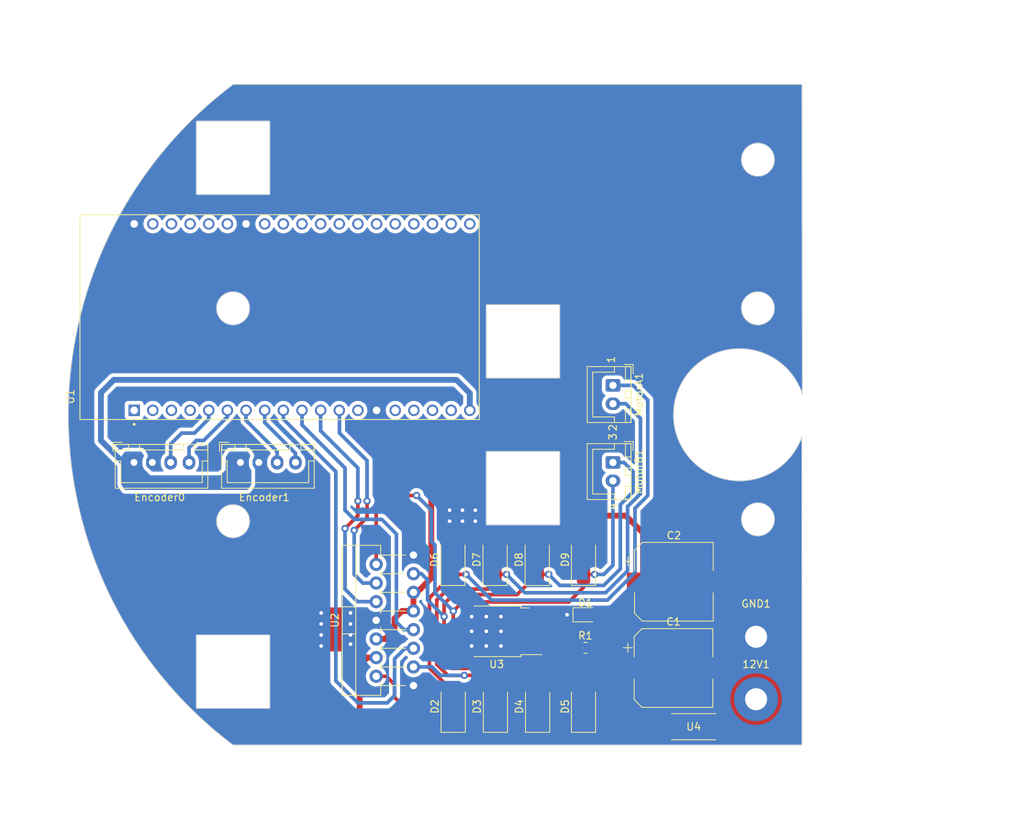
<source format=kicad_pcb>
(kicad_pcb (version 20221018) (generator pcbnew)
  (layers (0 "F.Cu" signal) (31 "B.Cu" signal) (34 "B.Paste" user) (35 "F.Paste" user) (36 "B.SilkS" user "B.Silkscreen") (37 "F.SilkS" user "F.Silkscreen") (38 "B.Mask" user) (39 "F.Mask" user) (44 "Edge.Cuts" user))
  (net 0 "")
  (net 3 "+12V")
  (net 6 "GND")
  (net 7 "EN")
  (net 8 "Net-(D1-A)")
  (net 9 "Net-(D2-A)")
  (net 10 "Net-(D3-A)")
  (net 11 "Net-(D4-A)")
  (net 12 "Net-(D5-A)")
  (net 13 "ENCOD_0_A")
  (net 15 "ENCOD_0_B")
  (net 37 "ENCOD_1_A")
  (net 38 "ENCOD_1_B")
  (net 39 "IN 1")
  (net 40 "IN 2")
  (net 41 "IN 3")
  (net 42 "IN 4")
  (net 43 "Net-(12V1-Pin_1)")
  (footprint "Connector:Banana_Jack_1Pin" (layer "F.Cu") (at 208 114.25)
    (fp_text reference "12V1" (at 0 -4.75) (layer "F.SilkS"))
    (fp_text value "12V")
    (pad "1" thru_hole circle (at 0 0) (size 6 6) (drill 3) (layers "*.Cu" "*.Mask") (net 43 "Net-(12V1-Pin_1)"))
  )
  (footprint "Diode_SMD:D_SMA" (layer "F.Cu") (at 184.49 115.25 90)
    (fp_text reference "D5" (at 0 -2.5 90) (layer "F.SilkS"))
    (fp_text value "1N4007")
    (pad "1" smd roundrect (at -2 0 90) (size 2.5 1.8) (layers "F.Cu" "F.Paste" "F.Mask") (roundrect_rratio 0.1388888889) (net 3 "+12V"))
    (pad "2" smd roundrect (at 2 0 90) (size 2.5 1.8) (layers "F.Cu" "F.Paste" "F.Mask") (roundrect_rratio 0.1388888889) (net 12 "Net-(D5-A)"))
  )
  (footprint "Diode_SMD:D_SMA" (layer "F.Cu") (at 172.44 95.25 90)
    (fp_text reference "D7" (at 0 -2.5 90) (layer "F.SilkS"))
    (fp_text value "1N4007")
    (pad "1" smd roundrect (at -2 0 90) (size 2.5 1.8) (layers "F.Cu" "F.Paste" "F.Mask") (roundrect_rratio 0.1388888889) (net 10 "Net-(D3-A)"))
    (pad "2" smd roundrect (at 2 0 90) (size 2.5 1.8) (layers "F.Cu" "F.Paste" "F.Mask") (roundrect_rratio 0.1388888889) (net 6 "GND"))
  )
  (footprint "Diode_SMD:D_SMA" (layer "F.Cu") (at 178.24 115.25 90)
    (fp_text reference "D4" (at 0 -2.5 90) (layer "F.SilkS"))
    (fp_text value "1N4007")
    (pad "1" smd roundrect (at -2 0 90) (size 2.5 1.8) (layers "F.Cu" "F.Paste" "F.Mask") (roundrect_rratio 0.1388888889) (net 3 "+12V"))
    (pad "2" smd roundrect (at 2 0 90) (size 2.5 1.8) (layers "F.Cu" "F.Paste" "F.Mask") (roundrect_rratio 0.1388888889) (net 11 "Net-(D4-A)"))
  )
  (footprint "Package_TO_SOT_SMD:TO-252-2" (layer "F.Cu") (at 172.66 105 180)
    (fp_text reference "U3" (at 0 -4.5) (layer "F.SilkS"))
    (fp_text value "MC78M05_TO252")
    (pad "1" smd roundrect (at -5.04 -2.28 180) (size 2.2 1.2) (layers "F.Cu" "F.Paste" "F.Mask") (roundrect_rratio 0.2083333333) (net 3 "+12V"))
    (pad "2" smd roundrect (at -0.415 -1.525 180) (size 3.05 2.75) (layers "F.Cu" "F.Paste") (roundrect_rratio 0.09090909091) (net 6 "GND"))
    (pad "2" smd roundrect (at -0.415 1.525 180) (size 3.05 2.75) (layers "F.Cu" "F.Paste") (roundrect_rratio 0.09090909091) (net 6 "GND"))
    (pad "2" smd roundrect (at 1.26 0 180) (size 6.4 5.8) (layers "F.Cu" "F.Mask") (roundrect_rratio 0.04310293103) (net 6 "GND"))
    (pad "2" smd roundrect (at 2.935 -1.525 180) (size 3.05 2.75) (layers "F.Cu" "F.Paste") (roundrect_rratio 0.09090909091) (net 6 "GND"))
    (pad "2" smd roundrect (at 2.935 1.525 180) (size 3.05 2.75) (layers "F.Cu" "F.Paste") (roundrect_rratio 0.09090909091) (net 6 "GND"))
    (pad "3" smd roundrect (at -5.04 2.28 180) (size 2.2 1.2) (layers "F.Cu" "F.Paste" "F.Mask") (roundrect_rratio 0.2083333333) (net 7 "EN"))
  )
  (footprint "Diode_SMD:D_SMA" (layer "F.Cu") (at 166.74 115.25 90)
    (fp_text reference "D2" (at 0 -2.5 90) (layer "F.SilkS"))
    (fp_text value "1N4007")
    (pad "1" smd roundrect (at -2 0 90) (size 2.5 1.8) (layers "F.Cu" "F.Paste" "F.Mask") (roundrect_rratio 0.1388888889) (net 3 "+12V"))
    (pad "2" smd roundrect (at 2 0 90) (size 2.5 1.8) (layers "F.Cu" "F.Paste" "F.Mask") (roundrect_rratio 0.1388888889) (net 9 "Net-(D2-A)"))
  )
  (footprint "ESP32-DEVKITC-32D:MODULE_ESP32-DEVKITC-32D" (layer "F.Cu") (at 143.04 62.2 90)
    (fp_text reference "U1" (at -10.829175 -28.446045 90) (layer "F.SilkS") (effects (font (size 1.000386 1.000386))))
    (fp_text value "ESP32-DEVKITC-32D")
    (pad "J2-1" thru_hole rect (at -12.7 -19.76 90) (size 1.56 1.56) (drill 1.04) (layers "*.Cu" "*.Mask"))
    (pad "J2-2" thru_hole circle (at -12.7 -17.22 90) (size 1.56 1.56) (drill 1.04) (layers "*.Cu" "*.Mask"))
    (pad "J2-3" thru_hole circle (at -12.7 -14.68 90) (size 1.56 1.56) (drill 1.04) (layers "*.Cu" "*.Mask"))
    (pad "J2-4" thru_hole circle (at -12.7 -12.14 90) (size 1.56 1.56) (drill 1.04) (layers "*.Cu" "*.Mask"))
    (pad "J2-5" thru_hole circle (at -12.7 -9.6 90) (size 1.56 1.56) (drill 1.04) (layers "*.Cu" "*.Mask") (net 13 "ENCOD_0_A"))
    (pad "J2-6" thru_hole circle (at -12.7 -7.06 90) (size 1.56 1.56) (drill 1.04) (layers "*.Cu" "*.Mask") (net 15 "ENCOD_0_B"))
    (pad "J2-7" thru_hole circle (at -12.7 -4.52 90) (size 1.56 1.56) (drill 1.04) (layers "*.Cu" "*.Mask") (net 37 "ENCOD_1_A"))
    (pad "J2-8" thru_hole circle (at -12.7 -1.98 90) (size 1.56 1.56) (drill 1.04) (layers "*.Cu" "*.Mask") (net 38 "ENCOD_1_B"))
    (pad "J2-9" thru_hole circle (at -12.7 0.56 90) (size 1.56 1.56) (drill 1.04) (layers "*.Cu" "*.Mask") (net 39 "IN 1"))
    (pad "J2-10" thru_hole circle (at -12.7 3.1 90) (size 1.56 1.56) (drill 1.04) (layers "*.Cu" "*.Mask") (net 40 "IN 2"))
    (pad "J2-11" thru_hole circle (at -12.7 5.64 90) (size 1.56 1.56) (drill 1.04) (layers "*.Cu" "*.Mask") (net 41 "IN 3"))
    (pad "J2-12" thru_hole circle (at -12.7 8.18 90) (size 1.56 1.56) (drill 1.04) (layers "*.Cu" "*.Mask") (net 42 "IN 4"))
    (pad "J2-13" thru_hole circle (at -12.7 10.72 90) (size 1.56 1.56) (drill 1.04) (layers "*.Cu" "*.Mask"))
    (pad "J2-14" thru_hole circle (at -12.7 13.26 90) (size 1.56 1.56) (drill 1.04) (layers "*.Cu" "*.Mask") (net 6 "GND"))
    (pad "J2-15" thru_hole circle (at -12.7 15.8 90) (size 1.56 1.56) (drill 1.04) (layers "*.Cu" "*.Mask"))
    (pad "J2-16" thru_hole circle (at -12.7 18.34 90) (size 1.56 1.56) (drill 1.04) (layers "*.Cu" "*.Mask"))
    (pad "J2-17" thru_hole circle (at -12.7 20.88 90) (size 1.56 1.56) (drill 1.04) (layers "*.Cu" "*.Mask"))
    (pad "J2-18" thru_hole circle (at -12.7 23.42 90) (size 1.56 1.56) (drill 1.04) (layers "*.Cu" "*.Mask"))
    (pad "J2-19" thru_hole circle (at -12.7 25.96 90) (size 1.56 1.56) (drill 1.04) (layers "*.Cu" "*.Mask") (net 7 "EN"))
    (pad "J3-1" thru_hole circle (at 12.7 -19.76 90) (size 1.56 1.56) (drill 1.04) (layers "*.Cu" "*.Mask") (net 6 "GND"))
    (pad "J3-2" thru_hole circle (at 12.7 -17.22 90) (size 1.56 1.56) (drill 1.04) (layers "*.Cu" "*.Mask"))
    (pad "J3-3" thru_hole circle (at 12.7 -14.68 90) (size 1.56 1.56) (drill 1.04) (layers "*.Cu" "*.Mask"))
    (pad "J3-4" thru_hole circle (at 12.7 -12.14 90) (size 1.56 1.56) (drill 1.04) (layers "*.Cu" "*.Mask"))
    (pad "J3-5" thru_hole circle (at 12.7 -9.6 90) (size 1.56 1.56) (drill 1.04) (layers "*.Cu" "*.Mask"))
    (pad "J3-6" thru_hole circle (at 12.7 -7.06 90) (size 1.56 1.56) (drill 1.04) (layers "*.Cu" "*.Mask"))
    (pad "J3-7" thru_hole circle (at 12.7 -4.52 90) (size 1.56 1.56) (drill 1.04) (layers "*.Cu" "*.Mask") (net 6 "GND"))
    (pad "J3-8" thru_hole circle (at 12.7 -1.98 90) (size 1.56 1.56) (drill 1.04) (layers "*.Cu" "*.Mask"))
    (pad "J3-9" thru_hole circle (at 12.7 0.56 90) (size 1.56 1.56) (drill 1.04) (layers "*.Cu" "*.Mask"))
    (pad "J3-10" thru_hole circle (at 12.7 3.1 90) (size 1.56 1.56) (drill 1.04) (layers "*.Cu" "*.Mask"))
    (pad "J3-11" thru_hole circle (at 12.7 5.64 90) (size 1.56 1.56) (drill 1.04) (layers "*.Cu" "*.Mask"))
    (pad "J3-12" thru_hole circle (at 12.7 8.18 90) (size 1.56 1.56) (drill 1.04) (layers "*.Cu" "*.Mask"))
    (pad "J3-13" thru_hole circle (at 12.7 10.72 90) (size 1.56 1.56) (drill 1.04) (layers "*.Cu" "*.Mask"))
    (pad "J3-14" thru_hole circle (at 12.7 13.26 90) (size 1.56 1.56) (drill 1.04) (layers "*.Cu" "*.Mask"))
    (pad "J3-15" thru_hole circle (at 12.7 15.8 90) (size 1.56 1.56) (drill 1.04) (layers "*.Cu" "*.Mask"))
    (pad "J3-16" thru_hole circle (at 12.7 18.34 90) (size 1.56 1.56) (drill 1.04) (layers "*.Cu" "*.Mask"))
    (pad "J3-17" thru_hole circle (at 12.7 20.88 90) (size 1.56 1.56) (drill 1.04) (layers "*.Cu" "*.Mask"))
    (pad "J3-18" thru_hole circle (at 12.7 23.42 90) (size 1.56 1.56) (drill 1.04) (layers "*.Cu" "*.Mask"))
    (pad "J3-19" thru_hole circle (at 12.7 25.96 90) (size 1.56 1.56) (drill 1.04) (layers "*.Cu" "*.Mask"))
  )
  (footprint "Package_SO:SOIC-16_3.9x9.9mm_P1.27mm" (layer "F.Cu") (at 199.5 118 180)
    (fp_text reference "U4" (at 0 0) (layer "F.SilkS"))
    (fp_text value "DG412xY")
    (pad "2" smd roundrect (at -2.286 0 180) (size 2.625998 1.204874) (layers "F.Cu" "F.Paste" "F.Mask") (roundrect_rratio 0.250000415) (net 43 "Net-(12V1-Pin_1)"))
    (pad "3" smd roundrect (at 2.286 0 180) (size 2.626 1.189) (layers "F.Cu" "F.Paste" "F.Mask") (net 3 "+12V"))
  )
  (footprint "Capacitor_SMD:CP_Elec_10x10.5" (layer "F.Cu") (at 196.75 110)
    (fp_text reference "C1" (at 0 -6.3) (layer "F.SilkS"))
    (fp_text value "220 uF")
    (pad "1" smd roundrect (at -4.2 0) (size 4.4 2.5) (layers "F.Cu" "F.Paste" "F.Mask") (roundrect_rratio 0.1) (net 3 "+12V"))
    (pad "2" smd roundrect (at 4.2 0) (size 4.4 2.5) (layers "F.Cu" "F.Paste" "F.Mask") (roundrect_rratio 0.1) (net 6 "GND"))
  )
  (footprint "Package_TO_SOT_THT:TO-220-15_P2.54x2.54mm_StaggerOdd_Lead4.58mm_Vertical" (layer "F.Cu") (at 161.325 112.395 90)
    (fp_text reference "U2" (at 8.89 -10.7 90) (layer "F.SilkS"))
    (fp_text value "L298N")
    (pad "1" thru_hole rect (at 0 0 90) (size 1.8 1.8) (drill 1) (layers "*.Cu" "*.Mask") (net 6 "GND"))
    (pad "2" thru_hole oval (at 1.27 -5.08 90) (size 1.8 1.8) (drill 1) (layers "*.Cu" "*.Mask") (net 9 "Net-(D2-A)"))
    (pad "3" thru_hole oval (at 2.54 0 90) (size 1.8 1.8) (drill 1) (layers "*.Cu" "*.Mask") (net 10 "Net-(D3-A)"))
    (pad "4" thru_hole oval (at 3.81 -5.08 90) (size 1.8 1.8) (drill 1) (layers "*.Cu" "*.Mask") (net 3 "+12V"))
    (pad "5" thru_hole oval (at 5.08 0 90) (size 1.8 1.8) (drill 1) (layers "*.Cu" "*.Mask") (net 39 "IN 1"))
    (pad "6" thru_hole oval (at 6.35 -5.08 90) (size 1.8 1.8) (drill 1) (layers "*.Cu" "*.Mask") (net 7 "EN"))
    (pad "7" thru_hole oval (at 7.62 0 90) (size 1.8 1.8) (drill 1) (layers "*.Cu" "*.Mask") (net 40 "IN 2"))
    (pad "8" thru_hole oval (at 8.89 -5.08 90) (size 1.8 1.8) (drill 1) (layers "*.Cu" "*.Mask") (net 6 "GND"))
    (pad "9" thru_hole oval (at 10.16 0 90) (size 1.8 1.8) (drill 1) (layers "*.Cu" "*.Mask") (net 7 "EN"))
    (pad "10" thru_hole oval (at 11.43 -5.08 90) (size 1.8 1.8) (drill 1) (layers "*.Cu" "*.Mask") (net 41 "IN 3"))
    (pad "11" thru_hole oval (at 12.7 0 90) (size 1.8 1.8) (drill 1) (layers "*.Cu" "*.Mask") (net 7 "EN"))
    (pad "12" thru_hole oval (at 13.97 -5.08 90) (size 1.8 1.8) (drill 1) (layers "*.Cu" "*.Mask") (net 42 "IN 4"))
    (pad "13" thru_hole oval (at 15.24 0 90) (size 1.8 1.8) (drill 1) (layers "*.Cu" "*.Mask") (net 11 "Net-(D4-A)"))
    (pad "14" thru_hole oval (at 16.51 -5.08 90) (size 1.8 1.8) (drill 1) (layers "*.Cu" "*.Mask") (net 12 "Net-(D5-A)"))
    (pad "15" thru_hole oval (at 17.78 0 90) (size 1.8 1.8) (drill 1) (layers "*.Cu" "*.Mask") (net 6 "GND"))
  )
  (footprint "Diode_SMD:D_SMA" (layer "F.Cu") (at 172.49 115.25 90)
    (fp_text reference "D3" (at 0 -2.5 90) (layer "F.SilkS"))
    (fp_text value "1N4007")
    (pad "1" smd roundrect (at -2 0 90) (size 2.5 1.8) (layers "F.Cu" "F.Paste" "F.Mask") (roundrect_rratio 0.1388888889) (net 3 "+12V"))
    (pad "2" smd roundrect (at 2 0 90) (size 2.5 1.8) (layers "F.Cu" "F.Paste" "F.Mask") (roundrect_rratio 0.1388888889) (net 10 "Net-(D3-A)"))
  )
  (footprint "Connector_JST:JST_XH_B4B-XH-A_1x04_P2.50mm_Vertical" (layer "F.Cu") (at 123.25 82)
    (fp_text reference "Encoder0" (at 3.5 4.75) (layer "F.SilkS"))
    (fp_text value "Encoder 0")
    (pad "1" thru_hole roundrect (at 0 0) (size 1.7 1.95) (drill 0.95) (layers "*.Cu" "*.Mask") (roundrect_rratio 0.1470588235) (net 7 "EN"))
    (pad "2" thru_hole oval (at 2.5 0) (size 1.7 1.95) (drill 0.95) (layers "*.Cu" "*.Mask") (net 6 "GND"))
    (pad "3" thru_hole oval (at 5 0) (size 1.7 1.95) (drill 0.95) (layers "*.Cu" "*.Mask") (net 13 "ENCOD_0_A"))
    (pad "4" thru_hole oval (at 7.5 0) (size 1.7 1.95) (drill 0.95) (layers "*.Cu" "*.Mask") (net 15 "ENCOD_0_B"))
  )
  (footprint "Diode_SMD:D_SMA" (layer "F.Cu") (at 184.49 95.25 90)
    (fp_text reference "D9" (at 0 -2.5 90) (layer "F.SilkS"))
    (fp_text value "1N4007")
    (pad "1" smd roundrect (at -2 0 90) (size 2.5 1.8) (layers "F.Cu" "F.Paste" "F.Mask") (roundrect_rratio 0.1388888889) (net 12 "Net-(D5-A)"))
    (pad "2" smd roundrect (at 2 0 90) (size 2.5 1.8) (layers "F.Cu" "F.Paste" "F.Mask") (roundrect_rratio 0.1388888889) (net 6 "GND"))
  )
  (footprint "Connector:Banana_Jack_1Pin" (layer "F.Cu") (at 208 105.75)
    (fp_text reference "GND1" (at 0 -4.5) (layer "F.SilkS"))
    (fp_text value "GND")
    (pad "1" thru_hole circle (at 0 0) (size 6 6) (drill 3) (layers "*.Cu" "*.Mask") (net 6 "GND"))
  )
  (footprint "Resistor_SMD:R_0805_2012Metric" (layer "F.Cu") (at 184.75 107.25)
    (fp_text reference "R1" (at 0 -1.65) (layer "F.SilkS"))
    (fp_text value "1k")
    (pad "1" smd roundrect (at -0.9125 0) (size 1.025 1.4) (layers "F.Cu" "F.Paste" "F.Mask") (roundrect_rratio 0.243902439) (net 7 "EN"))
    (pad "2" smd roundrect (at 0.9125 0) (size 1.025 1.4) (layers "F.Cu" "F.Paste" "F.Mask") (roundrect_rratio 0.243902439) (net 8 "Net-(D1-A)"))
  )
  (footprint "Connector_JST:JST_XH_B4B-XH-A_1x04_P2.50mm_Vertical" (layer "F.Cu") (at 137.75 82)
    (fp_text reference "Encoder1" (at 3.25 4.75) (layer "F.SilkS"))
    (fp_text value "Encoder 1")
    (pad "1" thru_hole roundrect (at 0 0) (size 1.7 1.95) (drill 0.95) (layers "*.Cu" "*.Mask") (roundrect_rratio 0.1470588235) (net 7 "EN"))
    (pad "2" thru_hole oval (at 2.5 0) (size 1.7 1.95) (drill 0.95) (layers "*.Cu" "*.Mask") (net 6 "GND"))
    (pad "3" thru_hole oval (at 5 0) (size 1.7 1.95) (drill 0.95) (layers "*.Cu" "*.Mask") (net 37 "ENCOD_1_A"))
    (pad "4" thru_hole oval (at 7.5 0) (size 1.7 1.95) (drill 0.95) (layers "*.Cu" "*.Mask") (net 38 "ENCOD_1_B"))
  )
  (footprint "Capacitor_SMD:CP_Elec_10x10.5" (layer "F.Cu") (at 196.8 98.25)
    (fp_text reference "C2" (at 0 -6.3) (layer "F.SilkS"))
    (fp_text value "220 uF")
    (pad "1" smd roundrect (at -4.2 0) (size 4.4 2.5) (layers "F.Cu" "F.Paste" "F.Mask") (roundrect_rratio 0.1) (net 7 "EN"))
    (pad "2" smd roundrect (at 4.2 0) (size 4.4 2.5) (layers "F.Cu" "F.Paste" "F.Mask") (roundrect_rratio 0.1) (net 6 "GND"))
  )
  (footprint "Connector_JST:JST_XH_B2B-XH-A_1x02_P2.50mm_Vertical" (layer "F.Cu") (at 188.5 71.5 -90)
    (fp_text reference "MotorA1" (at 1.25 -3.55 90) (layer "F.SilkS"))
    (fp_text value "Motor A1")
    (pad "1" thru_hole roundrect (at 0 0 270) (size 1.7 2) (drill 1) (layers "*.Cu" "*.Mask") (roundrect_rratio 0.1470588235) (net 9 "Net-(D2-A)"))
    (pad "2" thru_hole oval (at 2.5 0 270) (size 1.7 2) (drill 1) (layers "*.Cu" "*.Mask") (net 10 "Net-(D3-A)"))
  )
  (footprint "Connector_JST:JST_XH_B2B-XH-A_1x02_P2.50mm_Vertical" (layer "F.Cu") (at 188.5 82 -90)
    (fp_text reference "MotorB1" (at 1.25 -3.55 90) (layer "F.SilkS"))
    (fp_text value "Motor B1")
    (pad "1" thru_hole roundrect (at 0 0 270) (size 1.7 2) (drill 1) (layers "*.Cu" "*.Mask") (roundrect_rratio 0.1470588235) (net 11 "Net-(D4-A)"))
    (pad "2" thru_hole oval (at 2.5 0 270) (size 1.7 2) (drill 1) (layers "*.Cu" "*.Mask") (net 12 "Net-(D5-A)"))
  )
  (footprint "LED_SMD:LED_0805_2012Metric" (layer "F.Cu") (at 184.75 102.75)
    (fp_text reference "D1" (at 0 -1.65) (layer "F.SilkS"))
    (fp_text value "LED")
    (pad "1" smd roundrect (at -0.9375 0) (size 0.975 1.4) (layers "F.Cu" "F.Paste" "F.Mask") (net 6 "GND"))
    (pad "2" smd roundrect (at 0.9375 0) (size 0.975 1.4) (layers "F.Cu" "F.Paste" "F.Mask") (net 8 "Net-(D1-A)"))
  )
  (footprint "Diode_SMD:D_SMA" (layer "F.Cu") (at 166.69 95.25 90)
    (fp_text reference "D6" (at 0 -2.5 90) (layer "F.SilkS"))
    (fp_text value "1N4007")
    (pad "1" smd roundrect (at -2 0 90) (size 2.5 1.8) (layers "F.Cu" "F.Paste" "F.Mask") (roundrect_rratio 0.1388888889) (net 9 "Net-(D2-A)"))
    (pad "2" smd roundrect (at 2 0 90) (size 2.5 1.8) (layers "F.Cu" "F.Paste" "F.Mask") (roundrect_rratio 0.1388888889) (net 6 "GND"))
  )
  (footprint "Diode_SMD:D_SMA" (layer "F.Cu") (at 178.19 95.25 90)
    (fp_text reference "D8" (at 0 -2.5 90) (layer "F.SilkS"))
    (fp_text value "1N4007")
    (pad "1" smd roundrect (at -2 0 90) (size 2.5 1.8) (layers "F.Cu" "F.Paste" "F.Mask") (roundrect_rratio 0.1388888889) (net 11 "Net-(D4-A)"))
    (pad "2" smd roundrect (at 2 0 90) (size 2.5 1.8) (layers "F.Cu" "F.Paste" "F.Mask") (roundrect_rratio 0.1388888889) (net 6 "GND"))
  )
  (gr_line (start 214.25 30.5) (end 204.5 30.5) (stroke (width 0.1)) (layer "Edge.Cuts"))
  (gr_line (start 214.313 72.729618) (end 214.25 30.5) (stroke (width 0.1)) (layer "Edge.Cuts"))
  (gr_rect (start 171.25 60.5) (end 181.25 70.5) (stroke (width 0.1)) (fill none) (layer "Edge.Cuts"))
  (gr_line (start 214.25 120.5) (end 214.236912 78.495381) (stroke (width 0.1)) (layer "Edge.Cuts"))
  (gr_rect (start 131.75 35.5) (end 141.75 45.5) (stroke (width 0.1)) (fill none) (layer "Edge.Cuts"))
  (gr_circle (center 208.25 61) (end 208.25 63.25) (stroke (width 0.1)) (fill none) (layer "Edge.Cuts"))
  (gr_line (start 204.5 120.5) (end 136.75 120.5) (stroke (width 0.1)) (layer "Edge.Cuts"))
  (gr_line (start 204.5 120.5) (end 214.25 120.5) (stroke (width 0.1)) (layer "Edge.Cuts"))
  (gr_arc (start 214.236912 78.495381) (mid 198.402946 80.698151) (end 205.75 66.500001) (stroke (width 0.1)) (layer "Edge.Cuts"))
  (gr_arc (start 205.75 66.500001) (mid 211.044646 68.222177) (end 214.313 72.729618) (stroke (width 0.1)) (layer "Edge.Cuts"))
  (gr_circle (center 208.25 40.75) (end 208.25 43) (stroke (width 0.1)) (fill none) (layer "Edge.Cuts"))
  (gr_line (start 136.75 30.5) (end 204.5 30.5) (stroke (width 0.1)) (layer "Edge.Cuts"))
  (gr_rect (start 131.75 105.5) (end 141.75 115.5) (stroke (width 0.1)) (fill none) (layer "Edge.Cuts"))
  (gr_circle (center 136.75 61) (end 136.75 63.25) (stroke (width 0.1)) (fill none) (layer "Edge.Cuts"))
  (gr_arc (start 136.75 120.499999) (mid 114.299912 75.5) (end 136.75 30.500001) (stroke (width 0.1)) (layer "Edge.Cuts"))
  (gr_circle (center 136.75 90) (end 136.75 92.25) (stroke (width 0.1)) (fill none) (layer "Edge.Cuts"))
  (gr_circle (center 208.25 89.75) (end 208.25 92) (stroke (width 0.1)) (fill none) (layer "Edge.Cuts"))
  (gr_rect (start 171.25 80.5) (end 181.25 90.5) (stroke (width 0.1)) (fill none) (layer "Edge.Cuts"))
  (gr_text "3" (at 188.5 78.5 90) (layer "F.SilkS") (effects (font (size 1 1))))
  (gr_text "2" (at 188.5 77.25 90) (layer "F.SilkS") (effects (font (size 1 1))))
  (gr_text "1" (at 188.25 68 90) (layer "F.SilkS") (effects (font (size 1 1))))
  (gr_text "4" (at 188.5 88 90) (layer "F.SilkS") (effects (font (size 1 1))))
  (segment (start 183.5 110.5) (end 192.05 110.5) (width 0.8) (layer "F.Cu") (net 3))
  (segment (start 155.04 108.585) (end 154 109.625) (width 0.8) (layer "F.Cu") (net 3))
  (segment (start 155.5 117.25) (end 166.74 117.25) (width 0.8) (layer "F.Cu") (net 3))
  (segment (start 177.7 107.28) (end 179.42 109) (width 0.8) (layer "F.Cu") (net 3))
  (segment (start 179.42 109) (end 182 109) (width 0.8) (layer "F.Cu") (net 3))
  (segment (start 154 109.625) (end 154 115.75) (width 0.8) (layer "F.Cu") (net 3))
  (segment (start 154 115.75) (end 155.5 117.25) (width 0.8) (layer "F.Cu") (net 3))
  (segment (start 156.245 108.585) (end 155.04 108.585) (width 0.8) (layer "F.Cu") (net 3))
  (segment (start 182 109) (end 183.5 110.5) (width 0.8) (layer "F.Cu") (net 3))
  (segment (start 192.05 110.5) (end 192.55 110) (width 0.8) (layer "F.Cu") (net 3))
  (segment (start 183.8125 102.75) (end 182.25 102.75) (width 0.5) (layer "F.Cu") (net 6))
  (via (at 152.75 105.5) (size 1) (drill 0.5) (layers "F.Cu" "B.Cu") (net 6))
  (via (at 152.75 102.5) (size 1) (drill 0.5) (layers "F.Cu" "B.Cu") (net 6))
  (via (at 169.25 107) (size 1) (drill 0.5) (layers "F.Cu" "B.Cu") (net 6))
  (via (at 171.25 107) (size 1) (drill 0.5) (layers "F.Cu" "B.Cu") (net 6))
  (via (at 168 90) (size 1) (drill 0.5) (layers "F.Cu" "B.Cu") (net 6))
  (via (at 169.25 105) (size 1) (drill 0.5) (layers "F.Cu" "B.Cu") (net 6))
  (via (at 173.25 105) (size 1) (drill 0.5) (layers "F.Cu" "B.Cu") (net 6))
  (via (at 152.75 104) (size 1) (drill 0.5) (layers "F.Cu" "B.Cu") (net 6))
  (via (at 169.75 88.5) (size 1) (drill 0.5) (layers "F.Cu" "B.Cu") (net 6))
  (via (at 148.75 107) (size 1) (drill 0.5) (layers "F.Cu" "B.Cu") (net 6))
  (via (at 173.25 107) (size 1) (drill 0.5) (layers "F.Cu" "B.Cu") (net 6))
  (via (at 171.25 105) (size 1) (drill 0.5) (layers "F.Cu" "B.Cu") (net 6))
  (via (at 169.25 103) (size 1) (drill 0.5) (layers "F.Cu" "B.Cu") (net 6))
  (via (at 148.75 102.5) (size 1) (drill 0.5) (layers "F.Cu" "B.Cu") (net 6))
  (via (at 148.75 104) (size 1) (drill 0.5) (layers "F.Cu" "B.Cu") (net 6))
  (via (at 166.25 88.5) (size 1) (drill 0.5) (layers "F.Cu" "B.Cu") (net 6))
  (via (at 168 88.5) (size 1) (drill 0.5) (layers "F.Cu" "B.Cu") (net 6))
  (via (at 182.25 102.75) (size 1) (drill 0.5) (layers "F.Cu" "B.Cu") (net 6))
  (via (at 169.75 90) (size 1) (drill 0.5) (layers "F.Cu" "B.Cu") (net 6))
  (via (at 152.75 106.75) (size 1) (drill 0.5) (layers "F.Cu" "B.Cu") (net 6))
  (via (at 171.25 103) (size 1) (drill 0.5) (layers "F.Cu" "B.Cu") (net 6))
  (via (at 173.25 103) (size 1) (drill 0.5) (layers "F.Cu" "B.Cu") (net 6))
  (via (at 148.75 105.5) (size 1) (drill 0.5) (layers "F.Cu" "B.Cu") (net 6))
  (via (at 166.25 90) (size 1) (drill 0.5) (layers "F.Cu" "B.Cu") (net 6))
  (segment (start 182.25 102.75) (end 182.75 102.75) (width 0.5) (layer "B.Cu") (net 6))
  (segment (start 177.7 102.72) (end 180.25 105.27) (width 0.8) (layer "F.Cu") (net 7))
  (segment (start 156.245 106.045) (end 157.455 106.045) (width 0.8) (layer "F.Cu") (net 7))
  (segment (start 183 87.75) (end 184.5 89.25) (width 0.8) (layer "F.Cu") (net 7))
  (segment (start 183 80.75) (end 183 87.75) (width 0.8) (layer "F.Cu") (net 7))
  (segment (start 157.455 106.045) (end 158.75 104.75) (width 0.8) (layer "F.Cu") (net 7))
  (segment (start 183.8375 108.0875) (end 185 109.25) (width 0.8) (layer "F.Cu") (net 7))
  (segment (start 163.75 83.75) (end 169 78.5) (width 0.8) (layer "F.Cu") (net 7))
  (segment (start 180.75 78.5) (end 183 80.75) (width 0.8) (layer "F.Cu") (net 7))
  (segment (start 169 78.5) (end 180.75 78.5) (width 0.8) (layer "F.Cu") (net 7))
  (segment (start 161.325 99.695) (end 161.815 99.695) (width 0.8) (layer "F.Cu") (net 7))
  (segment (start 185 109.25) (end 187 109.25) (width 0.8) (layer "F.Cu") (net 7))
  (segment (start 161.815 99.695) (end 163.75 97.76) (width 0.8) (layer "F.Cu") (net 7))
  (segment (start 161.325 102.235) (end 161.325 99.695) (width 0.8) (layer "F.Cu") (net 7))
  (segment (start 190.25 89.25) (end 192.6 91.6) (width 0.8) (layer "F.Cu") (net 7))
  (segment (start 158.75 104.75) (end 158.75 103.25) (width 0.8) (layer "F.Cu") (net 7))
  (segment (start 158.75 103.25) (end 159.765 102.235) (width 0.8) (layer "F.Cu") (net 7))
  (segment (start 180.25 106.5) (end 181 107.25) (width 0.8) (layer "F.Cu") (net 7))
  (segment (start 180.25 105.27) (end 180.25 106.5) (width 0.8) (layer "F.Cu") (net 7))
  (segment (start 184.5 89.25) (end 190.25 89.25) (width 0.8) (layer "F.Cu") (net 7))
  (segment (start 192.6 103.65) (end 192.6 98.25) (width 0.8) (layer "F.Cu") (net 7))
  (segment (start 181 107.25) (end 183.8375 107.25) (width 0.8) (layer "F.Cu") (net 7))
  (segment (start 187 109.25) (end 192.6 103.65) (width 0.8) (layer "F.Cu") (net 7))
  (segment (start 159.765 102.235) (end 161.325 102.235) (width 0.8) (layer "F.Cu") (net 7))
  (segment (start 163.75 97.76) (end 163.75 83.75) (width 0.8) (layer "F.Cu") (net 7))
  (segment (start 192.6 91.6) (end 192.6 98.25) (width 0.8) (layer "F.Cu") (net 7))
  (segment (start 183.8375 107.25) (end 183.8375 108.0875) (width 0.8) (layer "F.Cu") (net 7))
  (segment (start 118.75 79) (end 118.75 72.5) (width 0.8) (layer "B.Cu") (net 7))
  (segment (start 120.5 70.75) (end 167.18 70.75) (width 0.8) (layer "B.Cu") (net 7))
  (segment (start 121.75 82) (end 118.75 79) (width 0.8) (layer "B.Cu") (net 7))
  (segment (start 118.75 72.5) (end 120.5 70.75) (width 0.8) (layer "B.Cu") (net 7))
  (segment (start 169 72.57) (end 169 75.15) (width 0.8) (layer "B.Cu") (net 7))
  (segment (start 167.18 70.75) (end 169 72.57) (width 0.8) (layer "B.Cu") (net 7))
  (segment (start 123.25 82) (end 121.75 82) (width 0.8) (layer "B.Cu") (net 7))
  (segment (start 185.6625 107.25) (end 185.6625 102.775) (width 0.5) (layer "F.Cu") (net 8))
  (segment (start 185.6625 102.775) (end 185.6875 102.75) (width 0.5) (layer "F.Cu") (net 8))
  (segment (start 158.75 114) (end 159.5 114.75) (width 0.5) (layer "F.Cu") (net 9))
  (segment (start 165.25 113.25) (end 166.74 113.25) (width 0.5) (layer "F.Cu") (net 9))
  (segment (start 157.625 111.125) (end 158.75 112.25) (width 0.5) (layer "F.Cu") (net 9))
  (segment (start 163.5 100.44) (end 163.5 110.01) (width 0.5) (layer "F.Cu") (net 9))
  (segment (start 166.69 97.25) (end 168.5 97.25) (width 0.5) (layer "F.Cu") (net 9))
  (segment (start 156.245 111.125) (end 157.625 111.125) (width 0.5) (layer "F.Cu") (net 9))
  (segment (start 158.75 112.25) (end 158.75 114) (width 0.5) (layer "F.Cu") (net 9))
  (segment (start 163.75 114.75) (end 165.25 113.25) (width 0.5) (layer "F.Cu") (net 9))
  (segment (start 159.5 114.75) (end 163.75 114.75) (width 0.5) (layer "F.Cu") (net 9))
  (segment (start 163.5 110.01) (end 166.74 113.25) (width 0.5) (layer "F.Cu") (net 9))
  (segment (start 166.69 97.25) (end 163.5 100.44) (width 0.5) (layer "F.Cu") (net 9))
  (via (at 168.5 97.25) (size 1) (drill 0.5) (layers "F.Cu" "B.Cu") (net 9))
  (segment (start 191.25 71.5) (end 188.5 71.5) (width 0.5) (layer "B.Cu") (net 9))
  (segment (start 187.75 100.75) (end 191.5 97) (width 0.5) (layer "B.Cu") (net 9))
  (segment (start 193.25 86.5) (end 193.25 73.5) (width 0.5) (layer "B.Cu") (net 9))
  (segment (start 191.5 97) (end 191.5 88.25) (width 0.5) (layer "B.Cu") (net 9))
  (segment (start 193.25 73.5) (end 191.25 71.5) (width 0.5) (layer "B.Cu") (net 9))
  (segment (start 191.5 88.25) (end 193.25 86.5) (width 0.5) (layer "B.Cu") (net 9))
  (segment (start 172 100.75) (end 187.75 100.75) (width 0.5) (layer "B.Cu") (net 9))
  (segment (start 168.5 97.25) (end 172 100.75) (width 0.5) (layer "B.Cu") (net 9))
  (segment (start 164.5 109.5) (end 166 111) (width 0.5) (layer "F.Cu") (net 10))
  (segment (start 172.44 97.25) (end 174 97.25) (width 0.5) (layer "F.Cu") (net 10))
  (segment (start 166 111) (end 168.25 111) (width 0.5) (layer "F.Cu") (net 10))
  (segment (start 172.44 98.31) (end 171.5 99.25) (width 0.5) (layer "F.Cu") (net 10))
  (segment (start 172.44 97.25) (end 172.44 98.31) (width 0.5) (layer "F.Cu") (net 10))
  (segment (start 171.75 111) (end 168.25 111) (width 0.5) (layer "F.Cu") (net 10))
  (segment (start 171.5 99.25) (end 166 99.25) (width 0.5) (layer "F.Cu") (net 10))
  (segment (start 172.49 113.25) (end 172.49 111.74) (width 0.5) (layer "F.Cu") (net 10))
  (segment (start 164.5 100.75) (end 164.5 109.5) (width 0.5) (layer "F.Cu") (net 10))
  (segment (start 172.49 111.74) (end 171.75 111) (width 0.5) (layer "F.Cu") (net 10))
  (segment (start 166 99.25) (end 164.5 100.75) (width 0.5) (layer "F.Cu") (net 10))
  (via (at 168.25 111) (size 1) (drill 0.5) (layers "F.Cu" "B.Cu") (net 10))
  (via (at 174 97.25) (size 1) (drill 0.5) (layers "F.Cu" "B.Cu") (net 10))
  (segment (start 174 97.25) (end 176.5 99.75) (width 0.5) (layer "B.Cu") (net 10))
  (segment (start 163.855 109.855) (end 161.325 109.855) (width 0.5) (layer "B.Cu") (net 10))
  (segment (start 168.25 111) (end 165 111) (width 0.5) (layer "B.Cu") (net 10))
  (segment (start 190.25 74) (end 188.5 74) (width 0.5) (layer "B.Cu") (net 10))
  (segment (start 190.5 88) (end 192.25 86.25) (width 0.5) (layer "B.Cu") (net 10))
  (segment (start 187.5 99.75) (end 190.5 96.75) (width 0.5) (layer "B.Cu") (net 10))
  (segment (start 176.5 99.75) (end 187.5 99.75) (width 0.5) (layer "B.Cu") (net 10))
  (segment (start 192.25 86.25) (end 192.25 76) (width 0.5) (layer "B.Cu") (net 10))
  (segment (start 192.25 76) (end 190.25 74) (width 0.5) (layer "B.Cu") (net 10))
  (segment (start 165 111) (end 163.855 109.855) (width 0.5) (layer "B.Cu") (net 10))
  (segment (start 190.5 96.75) (end 190.5 88) (width 0.5) (layer "B.Cu") (net 10))
  (segment (start 173.05 110.05) (end 176.25 113.25) (width 0.5) (layer "F.Cu") (net 11))
  (segment (start 165.5 103) (end 165.5 109) (width 0.5) (layer "F.Cu") (net 11))
  (segment (start 178.19 97.25) (end 179.75 97.25) (width 0.5) (layer "F.Cu") (net 11))
  (segment (start 166.55 110.05) (end 173.05 110.05) (width 0.5) (layer "F.Cu") (net 11))
  (segment (start 176.25 113.25) (end 178.24 113.25) (width 0.5) (layer "F.Cu") (net 11))
  (segment (start 166.75 100) (end 165.5 101.25) (width 0.5) (layer "F.Cu") (net 11))
  (segment (start 178.19 97.25) (end 175.44 100) (width 0.5) (layer "F.Cu") (net 11))
  (segment (start 175.44 100) (end 166.75 100) (width 0.5) (layer "F.Cu") (net 11))
  (segment (start 165.5 109) (end 166.55 110.05) (width 0.5) (layer "F.Cu") (net 11))
  (segment (start 165.5 101.25) (end 165.5 103) (width 0.5) (layer "F.Cu") (net 11))
  (via (at 179.75 97.25) (size 1) (drill 0.5) (layers "F.Cu" "B.Cu") (net 11))
  (via (at 165.5 103) (size 1) (drill 0.5) (layers "F.Cu" "B.Cu") (net 11))
  (via (at 179.75 97.25) (size 1) (drill 0.5) (layers "F.Cu" "B.Cu") (net 11))
  (segment (start 163.25 98) (end 162.405 97.155) (width 0.5) (layer "B.Cu") (net 11))
  (segment (start 165.5 103) (end 163.25 100.75) (width 0.5) (layer "B.Cu") (net 11))
  (segment (start 187.25 98.75) (end 189.5 96.5) (width 0.5) (layer "B.Cu") (net 11))
  (segment (start 189.5 96.5) (end 189.5 87.75) (width 0.5) (layer "B.Cu") (net 11))
  (segment (start 191.25 83.25) (end 190 82) (width 0.5) (layer "B.Cu") (net 11))
  (segment (start 190 82) (end 188.5 82) (width 0.5) (layer "B.Cu") (net 11))
  (segment (start 162.405 97.155) (end 161.325 97.155) (width 0.5) (layer "B.Cu") (net 11))
  (segment (start 181.25 98.75) (end 187.25 98.75) (width 0.5) (layer "B.Cu") (net 11))
  (segment (start 189.5 87.75) (end 191.25 86) (width 0.5) (layer "B.Cu") (net 11))
  (segment (start 163.25 100.75) (end 163.25 98) (width 0.5) (layer "B.Cu") (net 11))
  (segment (start 179.75 97.25) (end 181.25 98.75) (width 0.5) (layer "B.Cu") (net 11))
  (segment (start 191.25 86) (end 191.25 83.25) (width 0.5) (layer "B.Cu") (net 11))
  (segment (start 167.25 109.25) (end 175 109.25) (width 0.5) (layer "F.Cu") (net 12))
  (segment (start 184.49 99.01) (end 182.5 101) (width 0.5) (layer "F.Cu") (net 12))
  (segment (start 166.75 102.25) (end 166.75 108.75) (width 0.5) (layer "F.Cu") (net 12))
  (segment (start 166.75 108.75) (end 167.25 109.25) (width 0.5) (layer "F.Cu") (net 12))
  (segment (start 175 109.25) (end 176.75 111) (width 0.5) (layer "F.Cu") (net 12))
  (segment (start 157.5 86.5) (end 156.245 87.755) (width 0.5) (layer "F.Cu") (net 12))
  (segment (start 184.49 97.25) (end 184.49 99.01) (width 0.5) (layer "F.Cu") (net 12))
  (segment (start 182.24 111) (end 184.49 113.25) (width 0.5) (layer "F.Cu") (net 12))
  (segment (start 168 101) (end 166.75 102.25) (width 0.5) (layer "F.Cu") (net 12))
  (segment (start 182.5 101) (end 168 101) (width 0.5) (layer "F.Cu") (net 12))
  (segment (start 161.75 86.5) (end 157.5 86.5) (width 0.5) (layer "F.Cu") (net 12))
  (segment (start 176.75 111) (end 182.24 111) (width 0.5) (layer "F.Cu") (net 12))
  (segment (start 156.245 87.755) (end 156.245 95.885) (width 0.5) (layer "F.Cu") (net 12))
  (segment (start 184.49 97.25) (end 186 97.25) (width 0.5) (layer "F.Cu") (net 12))
  (via (at 166.75 102.25) (size 1) (drill 0.5) (layers "F.Cu" "B.Cu") (net 12))
  (via (at 186 97.25) (size 1) (drill 0.5) (layers "F.Cu" "B.Cu") (net 12))
  (via (at 161.75 86.5) (size 1) (drill 0.5) (layers "F.Cu" "B.Cu") (net 12))
  (segment (start 186 97.25) (end 187.25 97.25) (width 0.5) (layer "B.Cu") (net 12))
  (segment (start 164.25 99.75) (end 166.75 102.25) (width 0.5) (layer "B.Cu") (net 12))
  (segment (start 163.75 88.5) (end 163.75 92.75) (width 0.5) (layer "B.Cu") (net 12))
  (segment (start 164.25 93.25) (end 164.25 99.75) (width 0.5) (layer "B.Cu") (net 12))
  (segment (start 161.75 86.5) (end 163.75 88.5) (width 0.5) (layer "B.Cu") (net 12))
  (segment (start 187.25 97.25) (end 188.5 96) (width 0.5) (layer "B.Cu") (net 12))
  (segment (start 163.75 92.75) (end 164.25 93.25) (width 0.5) (layer "B.Cu") (net 12))
  (segment (start 188.5 96) (end 188.5 84.5) (width 0.5) (layer "B.Cu") (net 12))
  (segment (start 128.25 82) (end 128.25 79.5) (width 0.5) (layer "B.Cu") (net 13))
  (segment (start 128.25 79.5) (end 129.75 78) (width 0.5) (layer "B.Cu") (net 13))
  (segment (start 131.5 78) (end 133.44 76.06) (width 0.5) (layer "B.Cu") (net 13))
  (segment (start 133.44 76.06) (end 133.44 74.9) (width 0.5) (layer "B.Cu") (net 13))
  (segment (start 129.75 78) (end 131.5 78) (width 0.5) (layer "B.Cu") (net 13))
  (segment (start 136 74.92) (end 135.98 74.9) (width 0.5) (layer "B.Cu") (net 15))
  (segment (start 130.75 82) (end 130.75 80) (width 0.5) (layer "B.Cu") (net 15))
  (segment (start 132.75 79) (end 136 75.75) (width 0.5) (layer "B.Cu") (net 15))
  (segment (start 130.75 80) (end 131.75 79) (width 0.5) (layer "B.Cu") (net 15))
  (segment (start 136 75.75) (end 136 74.92) (width 0.5) (layer "B.Cu") (net 15))
  (segment (start 131.75 79) (end 132.75 79) (width 0.5) (layer "B.Cu") (net 15))
  (segment (start 138.5 76.25) (end 138.5 74.92) (width 0.5) (layer "B.Cu") (net 37))
  (segment (start 142.75 82) (end 142.75 80.5) (width 0.5) (layer "B.Cu") (net 37))
  (segment (start 138.5 74.92) (end 138.52 74.9) (width 0.5) (layer "B.Cu") (net 37))
  (segment (start 142.75 80.5) (end 138.5 76.25) (width 0.5) (layer "B.Cu") (net 37))
  (segment (start 145.25 80.75) (end 145.25 82) (width 0.5) (layer "B.Cu") (net 38))
  (segment (start 141.06 74.9) (end 141.06 76.56) (width 0.5) (layer "B.Cu") (net 38))
  (segment (start 141.06 76.56) (end 145.25 80.75) (width 0.5) (layer "B.Cu") (net 38))
  (segment (start 150.75 111.75) (end 153.75 114.75) (width 0.5) (layer "B.Cu") (net 39))
  (segment (start 158.75 113.75) (end 158.75 108.75) (width 0.5) (layer "B.Cu") (net 39))
  (segment (start 158.75 108.75) (end 160.185 107.315) (width 0.5) (layer "B.Cu") (net 39))
  (segment (start 157.75 114.75) (end 158.75 113.75) (width 0.5) (layer "B.Cu") (net 39))
  (segment (start 153.75 114.75) (end 157.75 114.75) (width 0.5) (layer "B.Cu") (net 39))
  (segment (start 160.185 107.315) (end 161.325 107.315) (width 0.5) (layer "B.Cu") (net 39))
  (segment (start 150.75 83.25) (end 150.75 111.75) (width 0.5) (layer "B.Cu") (net 39))
  (segment (start 143.6 76.1) (end 150.75 83.25) (width 0.5) (layer "B.Cu") (net 39))
  (segment (start 143.6 74.9) (end 143.6 76.1) (width 0.5) (layer "B.Cu") (net 39))
  (segment (start 146.14 76.89) (end 152 82.75) (width 0.5) (layer "B.Cu") (net 40))
  (segment (start 152 88.5) (end 153.25 89.75) (width 0.5) (layer "B.Cu") (net 40))
  (segment (start 152 82.75) (end 152 88.5) (width 0.5) (layer "B.Cu") (net 40))
  (segment (start 159 91.75) (end 159 103.75) (width 0.5) (layer "B.Cu") (net 40))
  (segment (start 146.14 74.9) (end 146.14 76.89) (width 0.5) (layer "B.Cu") (net 40))
  (segment (start 159 103.75) (end 160.025 104.775) (width 0.5) (layer "B.Cu") (net 40))
  (segment (start 160.025 104.775) (end 161.325 104.775) (width 0.5) (layer "B.Cu") (net 40))
  (segment (start 157 89.75) (end 159 91.75) (width 0.5) (layer "B.Cu") (net 40))
  (segment (start 153.25 89.75) (end 157 89.75) (width 0.5) (layer "B.Cu") (net 40))
  (segment (start 153.75 89.25) (end 152 91) (width 0.5) (layer "F.Cu") (net 41))
  (segment (start 153.75 87.25) (end 153.75 89.25) (width 0.5) (layer "F.Cu") (net 41))
  (via (at 153.75 87.25) (size 1) (drill 0.5) (layers "F.Cu" "B.Cu") (net 41))
  (via (at 152 91) (size 1) (drill 0.5) (layers "F.Cu" "B.Cu") (net 41))
  (segment (start 148.68 77.68) (end 153.75 82.75) (width 0.5) (layer "B.Cu") (net 41))
  (segment (start 153.75 82.75) (end 153.75 87.25) (width 0.5) (layer "B.Cu") (net 41))
  (segment (start 152 91) (end 152 99.25) (width 0.5) (layer "B.Cu") (net 41))
  (segment (start 152 99.25) (end 153.715 100.965) (width 0.5) (layer "B.Cu") (net 41))
  (segment (start 148.68 74.9) (end 148.68 77.68) (width 0.5) (layer "B.Cu") (net 41))
  (segment (start 153.715 100.965) (end 156.245 100.965) (width 0.5) (layer "B.Cu") (net 41))
  (segment (start 155 87.25) (end 155 89.5) (width 0.5) (layer "F.Cu") (net 42))
  (segment (start 155 89.5) (end 153.25 91.25) (width 0.5) (layer "F.Cu") (net 42))
  (via (at 155 87.25) (size 1) (drill 0.5) (layers "F.Cu" "B.Cu") (net 42))
  (via (at 153.25 91.25) (size 1) (drill 0.5) (layers "F.Cu" "B.Cu") (net 42))
  (segment (start 151.25 78) (end 155 81.75) (width 0.5) (layer "B.Cu") (net 42))
  (segment (start 153.25 91.25) (end 153.25 97.25) (width 0.5) (layer "B.Cu") (net 42))
  (segment (start 151.25 74.93) (end 151.25 78) (width 0.5) (layer "B.Cu") (net 42))
  (segment (start 155 81.75) (end 155 87.25) (width 0.5) (layer "B.Cu") (net 42))
  (segment (start 154.425 98.425) (end 156.245 98.425) (width 0.5) (layer "B.Cu") (net 42))
  (segment (start 151.22 74.9) (end 151.25 74.93) (width 0.5) (layer "B.Cu") (net 42))
  (segment (start 153.25 97.25) (end 154.425 98.425) (width 0.5) (layer "B.Cu") (net 42))
  (zone (net 3) (net_name "+12V") (layer "F.Cu") (priority 3) (connect_pads yes (clearance 0.5)) (min_thickness 0.25) (fill yes (thermal_gap 0.5) (thermal_bridge_width 0.5))
    (polygon (pts (xy 165 116.5) (xy 165.75 115.5) (xy 188.25 115.5) (xy 189.25 114.5) (xy 189.25 109.25) (xy 190.5 108) (xy 194.25 108) (xy 195.75 109.25) (xy 195.75 117.75) (xy 194.5 119) (xy 165.75 119) (xy 165 118)))
  )
  (zone (net 6) (net_name "GND") (layer "F.Cu") (priority 5) (connect_pads yes (clearance 0.5)) (min_thickness 0.25) (fill yes (thermal_gap 0.5) (thermal_bridge_width 0.5))
    (polygon (pts (xy 198.5 111.75) (xy 203.75 111.75) (xy 203.75 109.25) (xy 210.25 109.25) (xy 211.75 108) (xy 211.75 102.75) (xy 210.25 101.75) (xy 205 101.75) (xy 204 100.5) (xy 204 96.75) (xy 202.75 95.5) (xy 199.25 95.5) (xy 197.75 96.75) (xy 197.75 110.5)))
  )
  (zone (net 43) (net_name "Net-(12V1-Pin_1)") (layer "F.Cu") (priority 6) (connect_pads yes (clearance 0.5)) (min_thickness 0.25) (fill yes (thermal_gap 0.5) (thermal_bridge_width 0.5))
    (polygon (pts (xy 200 117) (xy 200 119) (xy 200.5 119.75) (xy 210.25 119.75) (xy 211.75 118.5) (xy 211.75 111.75) (xy 210.25 110) (xy 205.5 110) (xy 204 111.75) (xy 204 115.5) (xy 203.25 116.25) (xy 200.75 116.25)))
  )
  (zone (net 6) (net_name "GND") (layer "F.Cu") (priority 2) (connect_pads yes (clearance 0.5)) (min_thickness 0.25) (fill yes (thermal_gap 0.5) (thermal_bridge_width 0.5))
    (polygon (pts (xy 185.75 91) (xy 187 92) (xy 187 94.25) (xy 185.75 95.25) (xy 175.375 95.25) (xy 165.75 95.25) (xy 165 94.5) (xy 165 88.25) (xy 166.5 86.75) (xy 169.25 86.75) (xy 170.75 88.25) (xy 170.75 90.25) (xy 171.5 91)))
  )
  (zone (net 6) (net_name "GND") (layer "F.Cu") (priority 4) (connect_pads yes (clearance 0.5)) (min_thickness 0.25) (fill yes (thermal_gap 0.5) (thermal_bridge_width 0.5))
    (polygon (pts (xy 147.25 101.75) (xy 154 101.75) (xy 154 107.75) (xy 147.25 107.75)))
  )
  (zone (net 3) (net_name "+12V") (layer "F.Cu") (priority 7) (connect_pads yes (clearance 0.5)) (min_thickness 0.25) (fill yes (thermal_gap 0.5) (thermal_bridge_width 0.5))
    (polygon (pts (xy 194.5 119) (xy 195.5 120) (xy 198.5 120) (xy 199.25 119.25) (xy 199.25 117) (xy 198.5 116) (xy 195.25 116) (xy 194.5 117)))
  )
  (zone (net 7) (net_name "EN") (layer "B.Cu") (priority 1) (connect_pads yes (clearance 0.5)) (min_thickness 0.25) (fill yes (thermal_gap 0.5) (thermal_bridge_width 0.5))
    (polygon (pts (xy 136.25 80.5) (xy 138.75 80.5) (xy 139.25 81.25) (xy 139.25 85) (xy 138.75 85.75) (xy 122 85.75) (xy 121.5 85) (xy 121.5 81.25) (xy 122 80.5) (xy 124.25 80.5) (xy 124.75 81.25) (xy 124.75 83) (xy 125.5 83.75) (xy 135 83.75) (xy 135.75 83) (xy 135.75 81.25)))
  )
  (zone (net 6) (net_name "GND") (layer "B.Cu") (connect_pads yes (clearance 0.5)) (min_thickness 0.25) (fill yes (thermal_gap 0.5) (thermal_bridge_width 0.5))
    (polygon (pts (xy 105.75 19.25) (xy 244.5 19) (xy 244.5 132) (xy 105 132.25)))
  )
)
</source>
